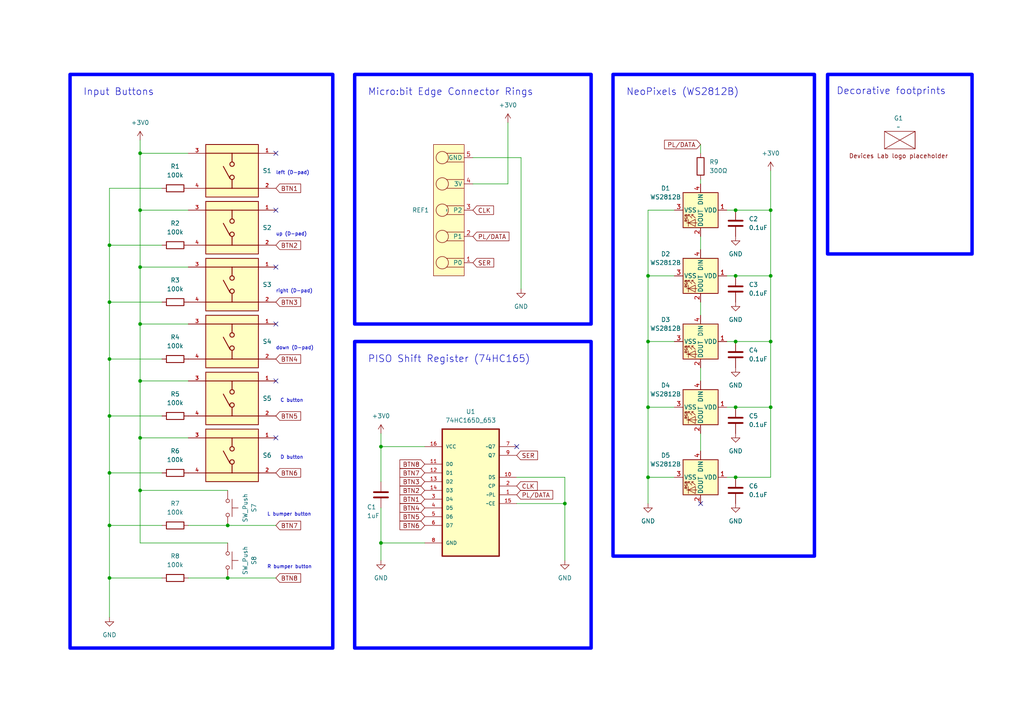
<source format=kicad_sch>
(kicad_sch (version 20231120) (generator "eeschema") (generator_version "8.0")
  (paper "A4")
  (title_block (title "Micro:bit SMT soldering kit (with bumpers)") (date "2024-05-23") (rev "v0.4") (company "Aron Eggens"))
  (lib_symbols
    (symbol "74HC165D_653:74HC165D_653" (pin_names (offset 1.016))
      (property "Reference" "U" (at -12.7 22.86 0))
      (property "Value" "74HC165D_653" (at -11.43 -19.05 0))
      (symbol "74HC165D_653_0_0"
        (rectangle (start -12.7 21.59) (end 3.81 -15.24) (stroke (width 0.4064)) (fill (type background)))
        (pin input line (at 8.89 2.54 180) (length 5.08) (name "~PL") (number "1"))
        (pin input line (at 8.89 7.62 180) (length 5.08) (name "DS") (number "10"))
        (pin input line (at -17.78 11.43 0) (length 5.08) (name "D0") (number "11"))
        (pin input line (at -17.78 8.89 0) (length 5.08) (name "D1") (number "12"))
        (pin input line (at -17.78 6.35 0) (length 5.08) (name "D2") (number "13"))
        (pin input line (at -17.78 3.81 0) (length 5.08) (name "D3") (number "14"))
        (pin input line (at 8.89 0 180) (length 5.08) (name "~CE") (number "15"))
        (pin power_in line (at -17.78 16.51 0) (length 5.08) (name "VCC") (number "16"))
        (pin input line (at 8.89 5.08 180) (length 5.08) (name "CP") (number "2"))
        (pin input line (at -17.78 1.27 0) (length 5.08) (name "D4") (number "3"))
        (pin input line (at -17.78 -1.27 0) (length 5.08) (name "D5") (number "4"))
        (pin input line (at -17.78 -3.81 0) (length 5.08) (name "D6") (number "5"))
        (pin input line (at -17.78 -6.35 0) (length 5.08) (name "D7") (number "6"))
        (pin output line (at 8.89 16.51 180) (length 5.08) (name "~Q7") (number "7"))
        (pin passive line (at -17.78 -11.43 0) (length 5.08) (name "GND") (number "8"))
        (pin output line (at 8.89 13.97 180) (length 5.08) (name "Q7") (number "9"))
      )
    )
    (symbol "Device:C" (pin_numbers hide) (pin_names (offset 0.254))
      (property "Reference" "C" (at 0.635 2.54 0))
      (property "Value" "C" (at 0.635 -2.54 0))
      (symbol "C_0_1"
        (polyline (pts (xy -2.032 -0.762) (xy 2.032 -0.762)) (stroke (width 0.508)))
        (polyline (pts (xy -2.032 0.762) (xy 2.032 0.762)) (stroke (width 0.508)))
      )
      (symbol "C_1_1"
        (pin passive line (at 0 3.81 270) (length 2.794) (name "~") (number "1"))
        (pin passive line (at 0 -3.81 90) (length 2.794) (name "~") (number "2"))
      )
    )
    (symbol "Device:R" (pin_numbers hide) (pin_names (offset 0))
      (property "Reference" "R" (at 2.032 0 90))
      (property "Value" "R" (at 0 0 90))
      (symbol "R_0_1"
        (rectangle (start -1.016 -2.54) (end 1.016 2.54) (stroke (width 0.254)))
      )
      (symbol "R_1_1"
        (pin passive line (at 0 3.81 270) (length 1.27) (name "~") (number "1"))
        (pin passive line (at 0 -3.81 90) (length 1.27) (name "~") (number "2"))
      )
    )
    (symbol "Devices_Lab:Logo_Placeholder_Symbol"
      (property "Reference" "G" (at -4.826 0 0))
      (symbol "Logo_Placeholder_Symbol_0_1"
        (rectangle (start -3.81 -1.27) (end 5.08 -6.35))
        (polyline (pts (xy -3.81 -1.27) (xy 5.08 -6.35) (xy 5.08 -1.27) (xy -3.81 -6.35)))
      )
      (symbol "Logo_Placeholder_Symbol_1_1"
        (text "Devices Lab logo placeholder" (at 0.254 -8.382 0) (effects (font (size 1.27 1.27))))
      )
    )
    (symbol "LED:WS2812B" (pin_names (offset 0.254))
      (property "Reference" "D" (at 5.08 5.715 0))
      (property "Value" "WS2812B" (at 1.27 -5.715 0))
      (symbol "WS2812B_0_0"
        (text "RGB" (at 2.286 -4.191 0) (effects (font (size 0.762 0.762))))
      )
      (symbol "WS2812B_0_1"
        (polyline (pts (xy 1.27 -3.556) (xy 1.778 -3.556)))
        (polyline (pts (xy 1.27 -2.54) (xy 1.778 -2.54)))
        (polyline (pts (xy 4.699 -3.556) (xy 2.667 -3.556)))
        (polyline (pts (xy 2.286 -2.54) (xy 1.27 -3.556) (xy 1.27 -3.048)))
        (polyline (pts (xy 2.286 -1.524) (xy 1.27 -2.54) (xy 1.27 -2.032)))
        (polyline (pts (xy 3.683 -1.016) (xy 3.683 -3.556) (xy 3.683 -4.064)))
        (polyline (pts (xy 4.699 -1.524) (xy 2.667 -1.524) (xy 3.683 -3.556) (xy 4.699 -1.524)))
        (rectangle (start 5.08 5.08) (end -5.08 -5.08) (stroke (width 0.254)) (fill (type background)))
      )
      (symbol "WS2812B_1_1"
        (pin power_in line (at 0 7.62 270) (length 2.54) (name "VDD") (number "1"))
        (pin output line (at 7.62 0 180) (length 2.54) (name "DOUT") (number "2"))
        (pin power_in line (at 0 -7.62 90) (length 2.54) (name "VSS") (number "3"))
        (pin input line (at -7.62 0 0) (length 2.54) (name "DIN") (number "4"))
      )
    )
    (symbol "Microbit_accessory:expansion_connector"
      (property "Reference" "REF**" (at -22.86 5.08 0))
      (symbol "expansion_connector_0_1"
        (circle (center -15.24 2.54) (radius 1.7961))
        (circle (center -7.62 2.54) (radius 1.7961))
        (polyline (pts (xy -16.51 -3.81) (xy -16.51 1.27)))
        (polyline (pts (xy -13.97 1.27) (xy -13.97 -3.81)))
        (polyline (pts (xy -8.89 -3.81) (xy -8.89 1.27)))
        (polyline (pts (xy -6.35 1.27) (xy -6.35 -3.81)))
        (polyline (pts (xy -1.27 -3.81) (xy -1.27 1.27)))
        (polyline (pts (xy 1.27 1.27) (xy 1.27 -3.81)))
        (polyline (pts (xy 6.35 1.27) (xy 6.35 -3.81)))
        (polyline (pts (xy 8.89 -3.81) (xy 8.89 1.27)))
        (polyline (pts (xy 13.97 1.27) (xy 13.97 -3.81)))
        (polyline (pts (xy 16.51 1.27) (xy 16.51 -3.81)))
        (circle (center 0 2.54) (radius 1.7961))
        (circle (center 7.62 2.54) (radius 1.7961))
        (circle (center 15.24 2.54) (radius 1.7961))
      )
      (symbol "expansion_connector_1_1"
        (rectangle (start -19.05 5.08) (end 19.05 -3.81) (fill (type background)))
        (pin bidirectional line (at -15.24 -6.35 90) (length 2.54) (name "P0") (number "1"))
        (pin bidirectional line (at -7.62 -6.35 90) (length 2.54) (name "P1") (number "2"))
        (pin bidirectional line (at 0 -6.35 90) (length 2.54) (name "P2") (number "3"))
        (pin power_out line (at 7.62 -6.35 90) (length 2.54) (name "3V") (number "4"))
        (pin power_out line (at 15.24 -6.35 90) (length 2.54) (name "GND") (number "5"))
      )
    )
    (symbol "Switch:SW_Push" (pin_numbers hide) (pin_names (offset 1.016) hide)
      (property "Reference" "SW" (at 1.27 2.54 0))
      (property "Value" "SW_Push" (at 0 -1.524 0))
      (symbol "SW_Push_0_1"
        (circle (center -2.032 0) (radius 0.508))
        (polyline (pts (xy 0 1.27) (xy 0 3.048)))
        (polyline (pts (xy 2.54 1.27) (xy -2.54 1.27)))
        (circle (center 2.032 0) (radius 0.508))
        (pin passive line (at -5.08 0 0) (length 2.54) (name "1") (number "1"))
        (pin passive line (at 5.08 0 180) (length 2.54) (name "2") (number "2"))
      )
    )
    (symbol "TS04-66-95-BK-100-SMT:TS04-66-95-BK-100-SMT" (pin_names (offset 1.016))
      (property "Reference" "S" (at -7.62 8.382 0))
      (property "Value" "TS04-66-95-BK-100-SMT" (at -7.62 -8.382 0))
      (symbol "TS04-66-95-BK-100-SMT_0_0"
        (rectangle (start -7.62 -7.62) (end 7.62 7.62) (stroke (width 0.254)) (fill (type background)))
        (circle (center 0 -1.905) (radius 0.635) (stroke (width 0.254)))
        (polyline (pts (xy 0 -5.08) (xy -7.62 -5.08)) (stroke (width 0.254)))
        (polyline (pts (xy 0 -5.08) (xy 7.62 -5.08)) (stroke (width 0.254)))
        (polyline (pts (xy 0 -2.54) (xy 0 -5.08)) (stroke (width 0.254)))
        (polyline (pts (xy 0 5.08) (xy -7.62 5.08)) (stroke (width 0.254)))
        (polyline (pts (xy 0 5.08) (xy 0 2.54)) (stroke (width 0.254)))
        (polyline (pts (xy 0 5.08) (xy 7.62 5.08)) (stroke (width 0.254)))
        (polyline (pts (xy 0.635 -2.2225) (xy 2.54 1.27)) (stroke (width 0.254)))
        (circle (center 0 1.905) (radius 0.635) (stroke (width 0.254)))
        (pin passive line (at -12.7 5.08 0) (length 5.08) (name "~") (number "1"))
        (pin passive line (at -12.7 -5.08 0) (length 5.08) (name "~") (number "2"))
        (pin passive line (at 12.7 5.08 180) (length 5.08) (name "~") (number "3"))
        (pin passive line (at 12.7 -5.08 180) (length 5.08) (name "~") (number "4"))
      )
    )
    (symbol "power:+3V0" (power) (pin_names (offset 0))
      (property "Value" "+3V0" (at 0 3.556 0))
      (symbol "+3V0_0_1"
        (polyline (pts (xy -0.762 1.27) (xy 0 2.54)))
        (polyline (pts (xy 0 0) (xy 0 2.54)))
        (polyline (pts (xy 0 2.54) (xy 0.762 1.27)))
      )
      (symbol "+3V0_1_1"
        (pin power_in line (at 0 0 90) (length 0) hide (name "+3V0") (number "1"))
      )
    )
    (symbol "power:GND" (power) (pin_names (offset 0))
      (property "Value" "GND" (at 0 -3.81 0))
      (symbol "GND_0_1"
        (polyline (pts (xy 0 0) (xy 0 -1.27) (xy 1.27 -1.27) (xy 0 -2.54) (xy -1.27 -1.27) (xy 0 -1.27)))
      )
      (symbol "GND_1_1"
        (pin power_in line (at 0 0 270) (length 0) hide (name "GND") (number "1"))
      )
    )
  )
  (junction (at 31.75 167.64))
  (junction (at 187.96 99.06))
  (junction (at 213.36 80.01))
  (junction (at 66.04 167.64))
  (junction (at 40.64 77.47))
  (junction (at 31.75 152.4))
  (junction (at 213.36 99.06))
  (junction (at 223.52 80.01))
  (junction (at 40.64 127))
  (junction (at 40.64 110.49))
  (junction (at 31.75 120.65))
  (junction (at 187.96 138.43))
  (junction (at 213.36 138.43))
  (junction (at 110.49 157.48))
  (junction (at 110.49 129.54))
  (junction (at 40.64 44.45))
  (junction (at 40.64 142.24))
  (junction (at 31.75 137.16))
  (junction (at 163.83 146.05))
  (junction (at 187.96 118.11))
  (junction (at 66.04 152.4))
  (junction (at 31.75 104.14))
  (junction (at 40.64 60.96))
  (junction (at 223.52 99.06))
  (junction (at 187.96 80.01))
  (junction (at 223.52 60.96))
  (junction (at 40.64 93.98))
  (junction (at 31.75 71.12))
  (junction (at 223.52 118.11))
  (junction (at 31.75 87.63))
  (junction (at 213.36 118.11))
  (junction (at 213.36 60.96))
  (no_connect (at 80.01 110.49))
  (no_connect (at 80.01 93.98))
  (no_connect (at 80.01 77.47))
  (no_connect (at 203.2 146.05))
  (no_connect (at 80.01 44.45))
  (no_connect (at 149.86 129.54))
  (no_connect (at 80.01 60.96))
  (no_connect (at 80.01 127))
  (wire (pts (xy 210.82 118.11) (xy 213.36 118.11)))
  (wire (pts (xy 213.36 118.11) (xy 223.52 118.11)))
  (wire (pts (xy 187.96 80.01) (xy 187.96 99.06)))
  (wire (pts (xy 213.36 99.06) (xy 223.52 99.06)))
  (wire (pts (xy 223.52 60.96) (xy 223.52 80.01)))
  (wire (pts (xy 151.13 45.72) (xy 151.13 83.82)))
  (wire (pts (xy 187.96 118.11) (xy 195.58 118.11)))
  (wire (pts (xy 187.96 60.96) (xy 187.96 80.01)))
  (wire (pts (xy 210.82 99.06) (xy 213.36 99.06)))
  (wire (pts (xy 110.49 147.32) (xy 110.49 157.48)))
  (wire (pts (xy 40.64 142.24) (xy 40.64 157.48)))
  (wire (pts (xy 31.75 71.12) (xy 31.75 87.63)))
  (wire (pts (xy 187.96 99.06) (xy 195.58 99.06)))
  (wire (pts (xy 203.2 68.58) (xy 203.2 72.39)))
  (wire (pts (xy 40.64 77.47) (xy 40.64 93.98)))
  (wire (pts (xy 31.75 87.63) (xy 31.75 104.14)))
  (wire (pts (xy 187.96 138.43) (xy 187.96 146.05)))
  (wire (pts (xy 149.86 146.05) (xy 163.83 146.05)))
  (wire (pts (xy 46.99 137.16) (xy 31.75 137.16)))
  (wire (pts (xy 213.36 80.01) (xy 223.52 80.01)))
  (wire (pts (xy 137.16 45.72) (xy 151.13 45.72)))
  (wire (pts (xy 110.49 129.54) (xy 110.49 139.7)))
  (wire (pts (xy 66.04 152.4) (xy 80.01 152.4)))
  (wire (pts (xy 40.64 44.45) (xy 40.64 60.96)))
  (wire (pts (xy 203.2 52.07) (xy 203.2 53.34)))
  (wire (pts (xy 40.64 142.24) (xy 66.04 142.24)))
  (wire (pts (xy 203.2 41.91) (xy 203.2 44.45)))
  (wire (pts (xy 163.83 138.43) (xy 163.83 146.05)))
  (wire (pts (xy 203.2 87.63) (xy 203.2 91.44)))
  (wire (pts (xy 46.99 167.64) (xy 31.75 167.64)))
  (wire (pts (xy 31.75 120.65) (xy 31.75 137.16)))
  (wire (pts (xy 123.19 129.54) (xy 110.49 129.54)))
  (wire (pts (xy 54.61 110.49) (xy 40.64 110.49)))
  (wire (pts (xy 213.36 60.96) (xy 223.52 60.96)))
  (wire (pts (xy 40.64 127) (xy 40.64 142.24)))
  (wire (pts (xy 203.2 125.73) (xy 203.2 130.81)))
  (wire (pts (xy 187.96 60.96) (xy 195.58 60.96)))
  (wire (pts (xy 54.61 127) (xy 40.64 127)))
  (wire (pts (xy 149.86 138.43) (xy 163.83 138.43)))
  (wire (pts (xy 110.49 129.54) (xy 110.49 125.73)))
  (wire (pts (xy 46.99 152.4) (xy 31.75 152.4)))
  (wire (pts (xy 40.64 77.47) (xy 54.61 77.47)))
  (wire (pts (xy 46.99 54.61) (xy 31.75 54.61)))
  (wire (pts (xy 163.83 146.05) (xy 163.83 162.56)))
  (wire (pts (xy 223.52 49.53) (xy 223.52 60.96)))
  (wire (pts (xy 31.75 104.14) (xy 46.99 104.14)))
  (wire (pts (xy 213.36 138.43) (xy 223.52 138.43)))
  (wire (pts (xy 147.32 53.34) (xy 137.16 53.34)))
  (wire (pts (xy 210.82 138.43) (xy 213.36 138.43)))
  (wire (pts (xy 46.99 120.65) (xy 31.75 120.65)))
  (wire (pts (xy 40.64 40.64) (xy 40.64 44.45)))
  (wire (pts (xy 31.75 54.61) (xy 31.75 71.12)))
  (wire (pts (xy 31.75 104.14) (xy 31.75 120.65)))
  (wire (pts (xy 40.64 93.98) (xy 54.61 93.98)))
  (wire (pts (xy 210.82 60.96) (xy 213.36 60.96)))
  (wire (pts (xy 187.96 118.11) (xy 187.96 138.43)))
  (wire (pts (xy 123.19 157.48) (xy 110.49 157.48)))
  (wire (pts (xy 46.99 71.12) (xy 31.75 71.12)))
  (wire (pts (xy 203.2 106.68) (xy 203.2 110.49)))
  (wire (pts (xy 54.61 44.45) (xy 40.64 44.45)))
  (wire (pts (xy 54.61 60.96) (xy 40.64 60.96)))
  (wire (pts (xy 31.75 137.16) (xy 31.75 152.4)))
  (wire (pts (xy 187.96 99.06) (xy 187.96 118.11)))
  (wire (pts (xy 187.96 80.01) (xy 195.58 80.01)))
  (wire (pts (xy 147.32 35.56) (xy 147.32 53.34)))
  (wire (pts (xy 54.61 152.4) (xy 66.04 152.4)))
  (wire (pts (xy 31.75 152.4) (xy 31.75 167.64)))
  (wire (pts (xy 110.49 157.48) (xy 110.49 162.56)))
  (wire (pts (xy 31.75 167.64) (xy 31.75 179.07)))
  (wire (pts (xy 40.64 127) (xy 40.64 110.49)))
  (wire (pts (xy 54.61 167.64) (xy 66.04 167.64)))
  (wire (pts (xy 223.52 99.06) (xy 223.52 118.11)))
  (wire (pts (xy 210.82 80.01) (xy 213.36 80.01)))
  (wire (pts (xy 40.64 157.48) (xy 66.04 157.48)))
  (wire (pts (xy 223.52 80.01) (xy 223.52 99.06)))
  (wire (pts (xy 66.04 167.64) (xy 80.01 167.64)))
  (wire (pts (xy 223.52 118.11) (xy 223.52 138.43)))
  (wire (pts (xy 187.96 138.43) (xy 195.58 138.43)))
  (wire (pts (xy 40.64 60.96) (xy 40.64 77.47)))
  (wire (pts (xy 31.75 87.63) (xy 46.99 87.63)))
  (wire (pts (xy 40.64 93.98) (xy 40.64 110.49)))
  (rectangle (start 177.8 21.59) (end 236.22 161.29) (stroke (width 1) (color 0 0 255 0.15)))
  (rectangle (start 20.32 21.59) (end 96.52 187.96) (stroke (width 1) (color 0 0 255 0.15)))
  (rectangle (start 240.03 21.59) (end 281.94 73.66) (stroke (width 1) (color 0 0 255 0.15)))
  (rectangle (start 102.87 99.06) (end 171.45 187.96) (stroke (width 1) (color 0 0 255 0.15)))
  (rectangle (start 102.87 21.59) (end 171.45 93.98) (stroke (width 1) (color 0 0 255 0.15)))
  (text "D button" (at 81.28 133.35 0) (effects (font (size 1 1)) (justify left bottom)))
  (text "down (D-pad)" (at 80.01 101.6 0) (effects (font (size 1 1)) (justify left bottom)))
  (text "NeoPixels (WS2812B)\n" (at 181.61 27.94 0) (effects (font (size 2 2)) (justify left bottom)))
  (text "C button" (at 81.28 116.84 0) (effects (font (size 1 1)) (justify left bottom)))
  (text "Input Buttons" (at 24.13 27.94 0) (effects (font (size 2 2)) (justify left bottom)))
  (text "L bumper button" (at 77.47 149.86 0) (effects (font (size 1 1)) (justify left bottom)))
  (text "left (D-pad)" (at 80.01 50.8 0) (effects (font (size 1 1)) (justify left bottom)))
  (text "R bumper button" (at 77.47 165.1 0) (effects (font (size 1 1)) (justify left bottom)))
  (text "Micro:bit Edge Connector Rings\n" (at 106.68 27.94 0) (effects (font (size 2 2)) (justify left bottom)))
  (text "right (D-pad)" (at 80.01 85.09 0) (effects (font (size 1 1)) (justify left bottom)))
  (text "Decorative footprints" (at 242.57 27.686 0) (effects (font (size 2 2)) (justify left bottom)))
  (text "up (D-pad)" (at 80.01 68.58 0) (effects (font (size 1 1)) (justify left bottom)))
  (text "PISO Shift Register (74HC165)" (at 106.68 105.41 0) (effects (font (size 2 2)) (justify left bottom)))
  (global_label "BTN2" (shape input) (at 123.19 142.24 180) (property "Intersheetrefs" "${INTERSHEET_REFS}" (effects (hide yes))))
  (global_label "BTN8" (shape input) (at 80.01 167.64 0) (property "Intersheetrefs" "${INTERSHEET_REFS}" (effects (hide yes))))
  (global_label "SER" (shape input) (at 149.86 132.08 0) (property "Intersheetrefs" "${INTERSHEET_REFS}" (effects (hide yes))))
  (global_label "BTN5" (shape input) (at 123.19 149.86 180) (property "Intersheetrefs" "${INTERSHEET_REFS}" (effects (hide yes))))
  (global_label "BTN3" (shape input) (at 80.01 87.63 0) (property "Intersheetrefs" "${INTERSHEET_REFS}" (effects (hide yes))))
  (global_label "CLK" (shape input) (at 149.86 140.97 0) (property "Intersheetrefs" "${INTERSHEET_REFS}" (effects (hide yes))))
  (global_label "BTN1" (shape input) (at 123.19 144.78 180) (property "Intersheetrefs" "${INTERSHEET_REFS}" (effects (hide yes))))
  (global_label "BTN4" (shape input) (at 80.01 104.14 0) (property "Intersheetrefs" "${INTERSHEET_REFS}" (effects (hide yes))))
  (global_label "BTN6" (shape input) (at 123.19 152.4 180) (property "Intersheetrefs" "${INTERSHEET_REFS}" (effects (hide yes))))
  (global_label "BTN4" (shape input) (at 123.19 147.32 180) (property "Intersheetrefs" "${INTERSHEET_REFS}" (effects (hide yes))))
  (global_label "PL{slash}DATA" (shape input) (at 203.2 41.91 180) (property "Intersheetrefs" "${INTERSHEET_REFS}" (effects (hide yes))))
  (global_label "SER" (shape input) (at 137.16 76.2 0) (property "Intersheetrefs" "${INTERSHEET_REFS}" (effects (hide yes))))
  (global_label "BTN1" (shape input) (at 80.01 54.61 0) (property "Intersheetrefs" "${INTERSHEET_REFS}" (effects (hide yes))))
  (global_label "BTN7" (shape input) (at 123.19 137.16 180) (property "Intersheetrefs" "${INTERSHEET_REFS}" (effects (hide yes))))
  (global_label "PL{slash}DATA" (shape input) (at 149.86 143.51 0) (property "Intersheetrefs" "${INTERSHEET_REFS}" (effects (hide yes))))
  (global_label "BTN5" (shape input) (at 80.01 120.65 0) (property "Intersheetrefs" "${INTERSHEET_REFS}" (effects (hide yes))))
  (global_label "PL{slash}DATA" (shape input) (at 137.16 68.58 0) (property "Intersheetrefs" "${INTERSHEET_REFS}" (effects (hide yes))))
  (global_label "BTN2" (shape input) (at 80.01 71.12 0) (property "Intersheetrefs" "${INTERSHEET_REFS}" (effects (hide yes))))
  (global_label "CLK" (shape input) (at 137.16 60.96 0) (property "Intersheetrefs" "${INTERSHEET_REFS}" (effects (hide yes))))
  (global_label "BTN3" (shape input) (at 123.19 139.7 180) (property "Intersheetrefs" "${INTERSHEET_REFS}" (effects (hide yes))))
  (global_label "BTN6" (shape input) (at 80.01 137.16 0) (property "Intersheetrefs" "${INTERSHEET_REFS}" (effects (hide yes))))
  (global_label "BTN8" (shape input) (at 123.19 134.62 180) (property "Intersheetrefs" "${INTERSHEET_REFS}" (effects (hide yes))))
  (global_label "BTN7" (shape input) (at 80.01 152.4 0) (property "Intersheetrefs" "${INTERSHEET_REFS}" (effects (hide yes))))
  (symbol (lib_id "power:GND") (at 187.96 146.05 0) (unit 1)
    (property "Reference" "#PWR015" (effects (hide yes)))
    (property "Value" "GND" (at 187.96 151.13 0))
  )
  (symbol (lib_id "power:GND") (at 31.75 179.07 0) (mirror y) (unit 1)
    (property "Reference" "#PWR02" (effects (hide yes)))
    (property "Value" "GND" (at 31.75 184.15 0))
  )
  (symbol (lib_id "TS04-66-95-BK-100-SMT:TS04-66-95-BK-100-SMT") (at 67.31 66.04 0) (mirror y) (unit 1)
    (property "Reference" "S2" (at 77.47 66.04 0))
    (property "Value" "TS04-66-95-BK-100-SMT" (effects (hide yes)))
    (property "Footprint" "TS-1002S:SW_TS04-66-95-BK-100-SMT" (effects (hide yes)))
    (property "Description" "6 x 6 mm, 9.5 mm Actuator Height, 100 gf, Black, Surface Mount, SPST, Tactile Switch" (effects (hide yes)))
    (property "MF" "CUI Devices" (effects (hide yes)))
    (property "Package" "None" (effects (hide yes)))
    (property "Price" "None" (effects (hide yes)))
    (property "Check_prices" "https://www.snapeda.com/parts/TS04-66-95-BK-100-SMT/CUI+Devices/view-part/?ref=eda" (effects (hide yes)))
    (property "STANDARD" "Manufacturer Recommendations" (effects (hide yes)))
    (property "PARTREV" "1.0" (effects (hide yes)))
    (property "SnapEDA_Link" "https://www.snapeda.com/parts/TS04-66-95-BK-100-SMT/CUI+Devices/view-part/?ref=snap" (effects (hide yes)))
    (property "MP" "TS04-66-95-BK-100-SMT" (effects (hide yes)))
    (property "CUI_purchase_URL" "https://www.cuidevices.com/product/switches/tactile-switches/ts04-66-95-bk-100-smt?utm_source=snapeda.com&utm_medium=referral&utm_campaign=snapedaBOM" (effects (hide yes)))
    (property "Availability" "In Stock" (effects (hide yes)))
    (property "MANUFACTURER" "CUI Devices" (effects (hide yes)))
  )
  (symbol (lib_id "power:GND") (at 213.36 68.58 0) (unit 1)
    (property "Reference" "#PWR08" (effects (hide yes)))
    (property "Value" "GND" (at 213.36 73.66 0))
  )
  (symbol (lib_id "TS04-66-95-BK-100-SMT:TS04-66-95-BK-100-SMT") (at 67.31 99.06 0) (mirror y) (unit 1)
    (property "Reference" "S4" (at 77.47 99.06 0))
    (property "Value" "TS04-66-95-BK-100-SMT" (effects (hide yes)))
    (property "Footprint" "TS-1002S:SW_TS04-66-95-BK-100-SMT" (effects (hide yes)))
    (property "Description" "6 x 6 mm, 9.5 mm Actuator Height, 100 gf, Black, Surface Mount, SPST, Tactile Switch" (effects (hide yes)))
    (property "MF" "CUI Devices" (effects (hide yes)))
    (property "Package" "None" (effects (hide yes)))
    (property "Price" "None" (effects (hide yes)))
    (property "Check_prices" "https://www.snapeda.com/parts/TS04-66-95-BK-100-SMT/CUI+Devices/view-part/?ref=eda" (effects (hide yes)))
    (property "STANDARD" "Manufacturer Recommendations" (effects (hide yes)))
    (property "PARTREV" "1.0" (effects (hide yes)))
    (property "SnapEDA_Link" "https://www.snapeda.com/parts/TS04-66-95-BK-100-SMT/CUI+Devices/view-part/?ref=snap" (effects (hide yes)))
    (property "MP" "TS04-66-95-BK-100-SMT" (effects (hide yes)))
    (property "CUI_purchase_URL" "https://www.cuidevices.com/product/switches/tactile-switches/ts04-66-95-bk-100-smt?utm_source=snapeda.com&utm_medium=referral&utm_campaign=snapedaBOM" (effects (hide yes)))
    (property "Availability" "In Stock" (effects (hide yes)))
    (property "MANUFACTURER" "CUI Devices" (effects (hide yes)))
  )
  (symbol (lib_id "Switch:SW_Push") (at 66.04 147.32 270) (unit 1)
    (property "Reference" "S7" (at 73.66 147.32 0))
    (property "Value" "SW_Push" (at 71.12 147.32 0))
    (property "Footprint" "TS-1037:TS-1037_right_angle" (effects (hide yes)))
  )
  (symbol (lib_id "Device:C") (at 213.36 64.77 0) (unit 1)
    (property "Reference" "C2" (at 217.17 63.4999 0) (effects (justify left)))
    (property "Value" "0.1uF" (at 217.17 66.0399 0) (effects (justify left)))
    (property "Footprint" "Capacitor_SMD:C_1206_3216Metric_Pad1.33x1.80mm_HandSolder" (effects (hide yes)))
  )
  (symbol (lib_id "power:+3V0") (at 110.49 125.73 0) (unit 1)
    (property "Reference" "#PWR03" (effects (hide yes)))
    (property "Value" "+3V0" (at 110.49 120.65 0))
  )
  (symbol (lib_id "Switch:SW_Push") (at 66.04 162.56 270) (unit 1)
    (property "Reference" "S8" (at 73.66 162.56 0))
    (property "Value" "SW_Push" (at 71.12 162.56 0))
    (property "Footprint" "TS-1037:TS-1037_right_angle" (effects (hide yes)))
  )
  (symbol (lib_id "74HC165D_653:74HC165D_653") (at 140.97 146.05 0) (unit 1)
    (property "Reference" "U1" (at 136.525 119.38 0))
    (property "Value" "74HC165D_653" (at 136.525 121.92 0))
    (property "Footprint" "74HC165:SOIC127P600X175-16N" (effects (hide yes)))
    (property "Description" "\nShift Shift Register 1 Element 8 Bit 16-SO\n" (effects (hide yes)))
    (property "MF" "Nexperia USA" (effects (hide yes)))
    (property "PACKAGE" "SOIC-16" (effects (hide yes)))
    (property "MPN" "74HC165D,653" (effects (hide yes)))
    (property "Package" "SO-16 Nexperia USA Inc." (effects (hide yes)))
    (property "OC_FARNELL" "1826838" (effects (hide yes)))
    (property "SnapEDA_Link" "https://www.snapeda.com/parts/74HC165D,653/Nexperia/view-part/?ref=snap" (effects (hide yes)))
    (property "MP" "74HC165D,653" (effects (hide yes)))
    (property "Purchase-URL" "https://www.snapeda.com/api/url_track_click_mouser/?unipart_id=32545&manufacturer=Nexperia USA&part_name=74HC165D,653&search_term=74hc165" (effects (hide yes)))
    (property "SUPPLIER" "NXP Semiconductors" (effects (hide yes)))
    (property "OC_NEWARK" "78R6257" (effects (hide yes)))
    (property "RS_Components_1707987_Purchase_URL" "https://www.snapeda.com/api/url_track_click/https%253A//uk.rs-online.com/web/p/counter-ics/1707987//%253Futm_campaign%253Dbuynow%2526utm_medium%253Daggregator%2526utm_source%253Dsnapeda%2526cm_mmc%253Daff-_-uk-_-snapeda-_-1707987/?unipart_id=32545&manufacturer=Nexperia USA&part_name=74HC165D,653&search_term=74hc165" (effects (hide yes)))
    (property "Check_prices" "https://www.snapeda.com/parts/74HC165D,653/Nexperia/view-part/?ref=eda" (effects (hide yes)))
  )
  (symbol (lib_id "Microbit_accessory:expansion_connector") (at 130.81 60.96 90) (unit 1)
    (property "Reference" "REF1" (at 124.46 60.96 90) (effects (justify left)))
    (property "Value" "~" (at 129.54 60.96 0))
    (property "Footprint" "Connector_Microbit_Edge:Edge_Connector_Rings" (effects (hide yes)))
  )
  (symbol (lib_id "LED:WS2812B") (at 203.2 99.06 270) (unit 1)
    (property "Reference" "D3" (at 193.04 92.71 90))
    (property "Value" "WS2812B" (at 193.04 95.25 90))
    (property "Footprint" "LED_SMD:LED_WS2812B_PLCC4_5.0x5.0mm_P3.2mm" (effects (hide yes)))
    (property "Datasheet" "https://cdn-shop.adafruit.com/datasheets/WS2812B.pdf" (effects (hide yes)))
  )
  (symbol (lib_id "TS04-66-95-BK-100-SMT:TS04-66-95-BK-100-SMT") (at 67.31 49.53 0) (mirror y) (unit 1)
    (property "Reference" "S1" (at 77.47 49.53 0))
    (property "Value" "TS04-66-95-BK-100-SMT" (effects (hide yes)))
    (property "Footprint" "TS-1002S:SW_TS04-66-95-BK-100-SMT" (effects (hide yes)))
    (property "Description" "6 x 6 mm, 9.5 mm Actuator Height, 100 gf, Black, Surface Mount, SPST, Tactile Switch" (effects (hide yes)))
    (property "MF" "CUI Devices" (effects (hide yes)))
    (property "Package" "None" (effects (hide yes)))
    (property "Price" "None" (effects (hide yes)))
    (property "Check_prices" "https://www.snapeda.com/parts/TS04-66-95-BK-100-SMT/CUI+Devices/view-part/?ref=eda" (effects (hide yes)))
    (property "STANDARD" "Manufacturer Recommendations" (effects (hide yes)))
    (property "PARTREV" "1.0" (effects (hide yes)))
    (property "SnapEDA_Link" "https://www.snapeda.com/parts/TS04-66-95-BK-100-SMT/CUI+Devices/view-part/?ref=snap" (effects (hide yes)))
    (property "MP" "TS04-66-95-BK-100-SMT" (effects (hide yes)))
    (property "CUI_purchase_URL" "https://www.cuidevices.com/product/switches/tactile-switches/ts04-66-95-bk-100-smt?utm_source=snapeda.com&utm_medium=referral&utm_campaign=snapedaBOM" (effects (hide yes)))
    (property "Availability" "In Stock" (effects (hide yes)))
    (property "MANUFACTURER" "CUI Devices" (effects (hide yes)))
  )
  (symbol (lib_id "power:GND") (at 213.36 106.68 0) (unit 1)
    (property "Reference" "#PWR013" (effects (hide yes)))
    (property "Value" "GND" (at 213.36 111.76 0))
  )
  (symbol (lib_id "Device:R") (at 50.8 104.14 270) (mirror x) (unit 1)
    (property "Reference" "R4" (at 50.8 97.79 90))
    (property "Value" "100k" (at 50.8 100.33 90))
    (property "Footprint" "Resistor_SMD:R_1206_3216Metric_Pad1.30x1.75mm_HandSolder" (effects (hide yes)))
  )
  (symbol (lib_id "Device:C") (at 213.36 102.87 0) (unit 1)
    (property "Reference" "C4" (at 217.17 101.5999 0) (effects (justify left)))
    (property "Value" "0.1uF" (at 217.17 104.1399 0) (effects (justify left)))
    (property "Footprint" "Capacitor_SMD:C_1206_3216Metric_Pad1.33x1.80mm_HandSolder" (effects (hide yes)))
  )
  (symbol (lib_id "Device:C") (at 213.36 142.24 0) (unit 1)
    (property "Reference" "C6" (at 217.17 140.9699 0) (effects (justify left)))
    (property "Value" "0.1uF" (at 217.17 143.5099 0) (effects (justify left)))
    (property "Footprint" "Capacitor_SMD:C_1206_3216Metric_Pad1.33x1.80mm_HandSolder" (effects (hide yes)))
  )
  (symbol (lib_id "power:GND") (at 213.36 87.63 0) (unit 1)
    (property "Reference" "#PWR012" (effects (hide yes)))
    (property "Value" "GND" (at 213.36 92.71 0))
  )
  (symbol (lib_id "Device:R") (at 50.8 137.16 270) (mirror x) (unit 1)
    (property "Reference" "R6" (at 50.8 130.81 90))
    (property "Value" "100k" (at 50.8 133.35 90))
    (property "Footprint" "Resistor_SMD:R_1206_3216Metric_Pad1.30x1.75mm_HandSolder" (effects (hide yes)))
  )
  (symbol (lib_id "Device:R") (at 203.2 48.26 0) (unit 1)
    (property "Reference" "R9" (at 205.74 46.99 0) (effects (justify left)))
    (property "Value" "300Ω" (at 205.74 49.53 0) (effects (justify left)))
    (property "Footprint" "Resistor_SMD:R_1206_3216Metric_Pad1.30x1.75mm_HandSolder" (effects (hide yes)))
  )
  (symbol (lib_id "Device:R") (at 50.8 152.4 90) (mirror x) (unit 1)
    (property "Reference" "R7" (at 50.8 146.05 90))
    (property "Value" "100k" (at 50.8 148.59 90))
    (property "Footprint" "Resistor_SMD:R_1206_3216Metric_Pad1.30x1.75mm_HandSolder" (effects (hide yes)))
  )
  (symbol (lib_id "TS04-66-95-BK-100-SMT:TS04-66-95-BK-100-SMT") (at 67.31 132.08 0) (mirror y) (unit 1)
    (property "Reference" "S6" (at 77.47 132.08 0))
    (property "Value" "TS04-66-95-BK-100-SMT" (effects (hide yes)))
    (property "Footprint" "TS-1002S:SW_TS04-66-95-BK-100-SMT" (effects (hide yes)))
    (property "Description" "6 x 6 mm, 9.5 mm Actuator Height, 100 gf, Black, Surface Mount, SPST, Tactile Switch" (effects (hide yes)))
    (property "MF" "CUI Devices" (effects (hide yes)))
    (property "Package" "None" (effects (hide yes)))
    (property "Price" "None" (effects (hide yes)))
    (property "Check_prices" "https://www.snapeda.com/parts/TS04-66-95-BK-100-SMT/CUI+Devices/view-part/?ref=eda" (effects (hide yes)))
    (property "STANDARD" "Manufacturer Recommendations" (effects (hide yes)))
    (property "PARTREV" "1.0" (effects (hide yes)))
    (property "SnapEDA_Link" "https://www.snapeda.com/parts/TS04-66-95-BK-100-SMT/CUI+Devices/view-part/?ref=snap" (effects (hide yes)))
    (property "MP" "TS04-66-95-BK-100-SMT" (effects (hide yes)))
    (property "CUI_purchase_URL" "https://www.cuidevices.com/product/switches/tactile-switches/ts04-66-95-bk-100-smt?utm_source=snapeda.com&utm_medium=referral&utm_campaign=snapedaBOM" (effects (hide yes)))
    (property "Availability" "In Stock" (effects (hide yes)))
    (property "MANUFACTURER" "CUI Devices" (effects (hide yes)))
  )
  (symbol (lib_id "power:+3V0") (at 40.64 40.64 0) (mirror y) (unit 1)
    (property "Reference" "#PWR01" (effects (hide yes)))
    (property "Value" "+3V0" (at 40.64 35.56 0))
  )
  (symbol (lib_id "power:GND") (at 151.13 83.82 0) (unit 1)
    (property "Reference" "#PWR011" (effects (hide yes)))
    (property "Value" "GND" (at 151.13 88.9 0))
  )
  (symbol (lib_id "Device:C") (at 213.36 121.92 0) (unit 1)
    (property "Reference" "C5" (at 217.17 120.6499 0) (effects (justify left)))
    (property "Value" "0.1uF" (at 217.17 123.1899 0) (effects (justify left)))
    (property "Footprint" "Capacitor_SMD:C_1206_3216Metric_Pad1.33x1.80mm_HandSolder" (effects (hide yes)))
  )
  (symbol (lib_id "power:GND") (at 110.49 162.56 0) (unit 1)
    (property "Reference" "#PWR04" (effects (hide yes)))
    (property "Value" "GND" (at 110.49 167.64 0))
  )
  (symbol (lib_id "power:GND") (at 213.36 146.05 0) (unit 1)
    (property "Reference" "#PWR016" (effects (hide yes)))
    (property "Value" "GND" (at 213.36 151.13 0))
  )
  (symbol (lib_id "Device:C") (at 110.49 143.51 180) (unit 1)
    (property "Reference" "C1" (at 106.426 147.066 0) (effects (justify right)))
    (property "Value" "1uF" (at 106.426 149.606 0) (effects (justify right)))
    (property "Footprint" "Capacitor_SMD:C_1206_3216Metric_Pad1.33x1.80mm_HandSolder" (effects (hide yes)))
  )
  (symbol (lib_id "LED:WS2812B") (at 203.2 138.43 270) (unit 1)
    (property "Reference" "D5" (at 193.04 132.08 90))
    (property "Value" "WS2812B" (at 193.04 134.62 90))
    (property "Footprint" "LED_SMD:LED_WS2812B_PLCC4_5.0x5.0mm_P3.2mm" (effects (hide yes)))
    (property "Datasheet" "https://cdn-shop.adafruit.com/datasheets/WS2812B.pdf" (effects (hide yes)))
  )
  (symbol (lib_id "LED:WS2812B") (at 203.2 118.11 270) (unit 1)
    (property "Reference" "D4" (at 193.04 111.76 90))
    (property "Value" "WS2812B" (at 193.04 114.3 90))
    (property "Footprint" "LED_SMD:LED_WS2812B_PLCC4_5.0x5.0mm_P3.2mm" (effects (hide yes)))
    (property "Datasheet" "https://cdn-shop.adafruit.com/datasheets/WS2812B.pdf" (effects (hide yes)))
  )
  (symbol (lib_id "Devices_Lab:Logo_Placeholder_Symbol") (at 260.35 36.83 0) (unit 1)
    (property "Reference" "G1" (at 260.604 34.29 0))
    (property "Value" "~" (at 260.604 36.83 0))
    (property "Footprint" "Devices_Lab:Semibold_Solderbit_Gamepad" (effects (hide yes)))
  )
  (symbol (lib_id "TS04-66-95-BK-100-SMT:TS04-66-95-BK-100-SMT") (at 67.31 115.57 0) (mirror y) (unit 1)
    (property "Reference" "S5" (at 77.47 115.57 0))
    (property "Value" "TS04-66-95-BK-100-SMT" (effects (hide yes)))
    (property "Footprint" "TS-1002S:SW_TS04-66-95-BK-100-SMT" (effects (hide yes)))
    (property "Description" "6 x 6 mm, 9.5 mm Actuator Height, 100 gf, Black, Surface Mount, SPST, Tactile Switch" (effects (hide yes)))
    (property "MF" "CUI Devices" (effects (hide yes)))
    (property "Package" "None" (effects (hide yes)))
    (property "Price" "None" (effects (hide yes)))
    (property "Check_prices" "https://www.snapeda.com/parts/TS04-66-95-BK-100-SMT/CUI+Devices/view-part/?ref=eda" (effects (hide yes)))
    (property "STANDARD" "Manufacturer Recommendations" (effects (hide yes)))
    (property "PARTREV" "1.0" (effects (hide yes)))
    (property "SnapEDA_Link" "https://www.snapeda.com/parts/TS04-66-95-BK-100-SMT/CUI+Devices/view-part/?ref=snap" (effects (hide yes)))
    (property "MP" "TS04-66-95-BK-100-SMT" (effects (hide yes)))
    (property "CUI_purchase_URL" "https://www.cuidevices.com/product/switches/tactile-switches/ts04-66-95-bk-100-smt?utm_source=snapeda.com&utm_medium=referral&utm_campaign=snapedaBOM" (effects (hide yes)))
    (property "Availability" "In Stock" (effects (hide yes)))
    (property "MANUFACTURER" "CUI Devices" (effects (hide yes)))
  )
  (symbol (lib_id "Device:R") (at 50.8 87.63 270) (mirror x) (unit 1)
    (property "Reference" "R3" (at 50.8 81.28 90))
    (property "Value" "100k" (at 50.8 83.82 90))
    (property "Footprint" "Resistor_SMD:R_1206_3216Metric_Pad1.30x1.75mm_HandSolder" (effects (hide yes)))
  )
  (symbol (lib_id "Device:R") (at 50.8 167.64 90) (mirror x) (unit 1)
    (property "Reference" "R8" (at 50.8 161.29 90))
    (property "Value" "100k" (at 50.8 163.83 90))
    (property "Footprint" "Resistor_SMD:R_1206_3216Metric_Pad1.30x1.75mm_HandSolder" (effects (hide yes)))
  )
  (symbol (lib_id "Device:C") (at 213.36 83.82 0) (unit 1)
    (property "Reference" "C3" (at 217.17 82.5499 0) (effects (justify left)))
    (property "Value" "0.1uF" (at 217.17 85.0899 0) (effects (justify left)))
    (property "Footprint" "Capacitor_SMD:C_1206_3216Metric_Pad1.33x1.80mm_HandSolder" (effects (hide yes)))
  )
  (symbol (lib_id "TS04-66-95-BK-100-SMT:TS04-66-95-BK-100-SMT") (at 67.31 82.55 0) (mirror y) (unit 1)
    (property "Reference" "S3" (at 77.47 82.55 0))
    (property "Value" "TS04-66-95-BK-100-SMT" (effects (hide yes)))
    (property "Footprint" "TS-1002S:SW_TS04-66-95-BK-100-SMT" (effects (hide yes)))
    (property "Description" "6 x 6 mm, 9.5 mm Actuator Height, 100 gf, Black, Surface Mount, SPST, Tactile Switch" (effects (hide yes)))
    (property "MF" "CUI Devices" (effects (hide yes)))
    (property "Package" "None" (effects (hide yes)))
    (property "Price" "None" (effects (hide yes)))
    (property "Check_prices" "https://www.snapeda.com/parts/TS04-66-95-BK-100-SMT/CUI+Devices/view-part/?ref=eda" (effects (hide yes)))
    (property "STANDARD" "Manufacturer Recommendations" (effects (hide yes)))
    (property "PARTREV" "1.0" (effects (hide yes)))
    (property "SnapEDA_Link" "https://www.snapeda.com/parts/TS04-66-95-BK-100-SMT/CUI+Devices/view-part/?ref=snap" (effects (hide yes)))
    (property "MP" "TS04-66-95-BK-100-SMT" (effects (hide yes)))
    (property "CUI_purchase_URL" "https://www.cuidevices.com/product/switches/tactile-switches/ts04-66-95-bk-100-smt?utm_source=snapeda.com&utm_medium=referral&utm_campaign=snapedaBOM" (effects (hide yes)))
    (property "Availability" "In Stock" (effects (hide yes)))
    (property "MANUFACTURER" "CUI Devices" (effects (hide yes)))
  )
  (symbol (lib_id "power:+3V0") (at 147.32 35.56 0) (unit 1)
    (property "Reference" "#PWR010" (effects (hide yes)))
    (property "Value" "+3V0" (at 147.32 30.48 0))
  )
  (symbol (lib_id "Device:R") (at 50.8 120.65 270) (mirror x) (unit 1)
    (property "Reference" "R5" (at 50.8 114.3 90))
    (property "Value" "100k" (at 50.8 116.84 90))
    (property "Footprint" "Resistor_SMD:R_1206_3216Metric_Pad1.30x1.75mm_HandSolder" (effects (hide yes)))
  )
  (symbol (lib_id "Device:R") (at 50.8 54.61 270) (mirror x) (unit 1)
    (property "Reference" "R1" (at 50.8 48.26 90))
    (property "Value" "100k" (at 50.8 50.8 90))
    (property "Footprint" "Resistor_SMD:R_1206_3216Metric_Pad1.30x1.75mm_HandSolder" (effects (hide yes)))
  )
  (symbol (lib_id "power:+3V0") (at 223.52 49.53 0) (unit 1)
    (property "Reference" "#PWR09" (effects (hide yes)))
    (property "Value" "+3V0" (at 223.52 44.45 0))
  )
  (symbol (lib_id "Device:R") (at 50.8 71.12 270) (mirror x) (unit 1)
    (property "Reference" "R2" (at 50.8 64.77 90))
    (property "Value" "100k" (at 50.8 67.31 90))
    (property "Footprint" "Resistor_SMD:R_1206_3216Metric_Pad1.30x1.75mm_HandSolder" (effects (hide yes)))
  )
  (symbol (lib_id "LED:WS2812B") (at 203.2 60.96 270) (unit 1)
    (property "Reference" "D1" (at 193.04 54.61 90))
    (property "Value" "WS2812B" (at 193.04 57.15 90))
    (property "Footprint" "LED_SMD:LED_WS2812B_PLCC4_5.0x5.0mm_P3.2mm" (effects (hide yes)))
    (property "Datasheet" "https://cdn-shop.adafruit.com/datasheets/WS2812B.pdf" (effects (hide yes)))
  )
  (symbol (lib_id "power:GND") (at 163.83 162.56 0) (unit 1)
    (property "Reference" "#PWR07" (effects (hide yes)))
    (property "Value" "GND" (at 163.83 167.64 0))
  )
  (symbol (lib_id "LED:WS2812B") (at 203.2 80.01 270) (unit 1)
    (property "Reference" "D2" (at 193.04 73.66 90))
    (property "Value" "WS2812B" (at 193.04 76.2 90))
    (property "Footprint" "LED_SMD:LED_WS2812B_PLCC4_5.0x5.0mm_P3.2mm" (effects (hide yes)))
    (property "Datasheet" "https://cdn-shop.adafruit.com/datasheets/WS2812B.pdf" (effects (hide yes)))
  )
  (symbol (lib_id "power:GND") (at 213.36 125.73 0) (unit 1)
    (property "Reference" "#PWR014" (effects (hide yes)))
    (property "Value" "GND" (at 213.36 130.81 0))
  )
)
</source>
